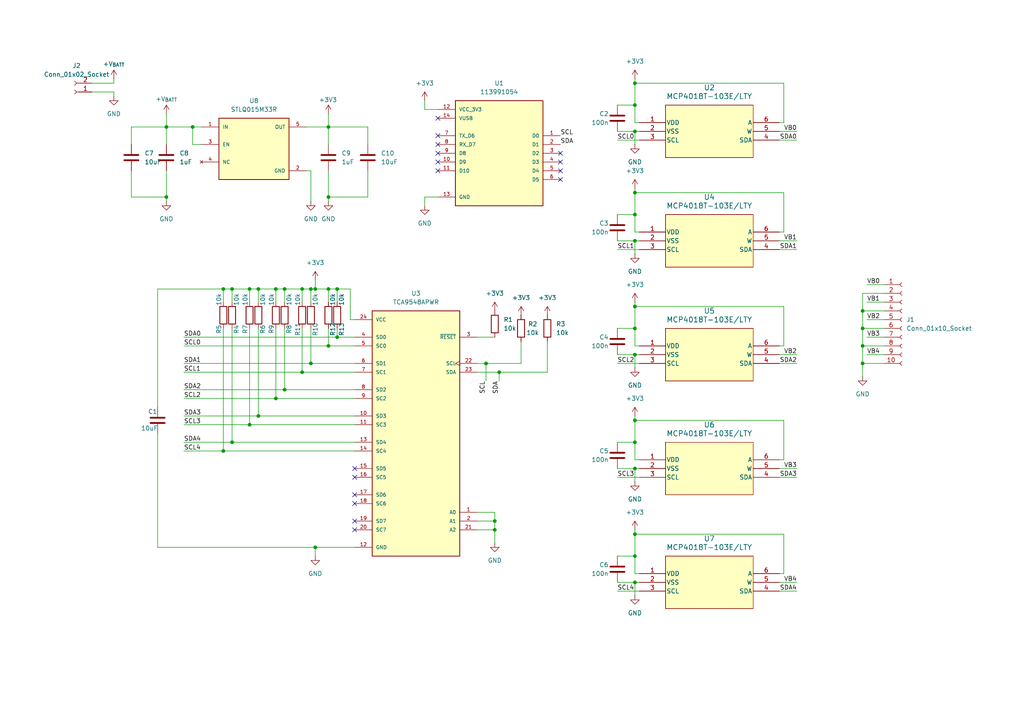
<source format=kicad_sch>
(kicad_sch (version 20250114) (generator "eeschema") (generator_version "9.0")
  (paper "A4")
  (lib_symbols
    (symbol "113991054:113991054" (pin_names (offset 1.016))
      (property "Reference" "U" (at -12.7 16.002 0))
      (property "Value" "113991054" (at -12.7 -17.78 0))
      (symbol "113991054_0_0"
        (rectangle (start -12.7 -15.24) (end 12.7 15.24) (stroke (width 0.254)) (fill (type background)))
        (pin bidirectional line (at -17.78 5.08 0) (length 5.08) (name "D0") (number "1"))
        (pin bidirectional line (at -17.78 2.54 0) (length 5.08) (name "D1") (number "2"))
        (pin bidirectional line (at -17.78 0 0) (length 5.08) (name "D2") (number "3"))
        (pin bidirectional line (at -17.78 -2.54 0) (length 5.08) (name "D3") (number "4"))
        (pin bidirectional line (at -17.78 -5.08 0) (length 5.08) (name "D4") (number "5"))
        (pin bidirectional line (at -17.78 -7.62 0) (length 5.08) (name "D5") (number "6"))
        (pin power_in line (at 17.78 12.7 180) (length 5.08) (name "VCC_3V3") (number "12"))
        (pin power_in line (at 17.78 10.16 180) (length 5.08) (name "VUSB") (number "14"))
        (pin bidirectional line (at 17.78 5.08 180) (length 5.08) (name "TX_D6") (number "7"))
        (pin bidirectional line (at 17.78 2.54 180) (length 5.08) (name "RX_D7") (number "8"))
        (pin bidirectional line (at 17.78 0 180) (length 5.08) (name "D8") (number "9"))
        (pin bidirectional line (at 17.78 -2.54 180) (length 5.08) (name "D9") (number "10"))
        (pin bidirectional line (at 17.78 -5.08 180) (length 5.08) (name "D10") (number "11"))
        (pin power_in line (at 17.78 -12.7 180) (length 5.08) (name "GND") (number "13"))
      )
    )
    (symbol "2025-10-21_01-01-03:MCP4018T-103E_LTY" (pin_names (offset 0.254))
      (property "Reference" "U" (at 20.32 10.16 0))
      (property "Value" "MCP4018T-103E/LTY" (at 20.32 7.62 0))
      (symbol "MCP4018T-103E_LTY_0_1"
        (polyline (pts (xy 7.62 5.08) (xy 7.62 -10.16)) (stroke (width 0.127)))
        (polyline (pts (xy 7.62 -10.16) (xy 33.02 -10.16)) (stroke (width 0.127)))
        (polyline (pts (xy 33.02 5.08) (xy 7.62 5.08)) (stroke (width 0.127)))
        (pin power_in line (at 0 0 0) (length 7.62) (name "VDD") (number "1"))
        (pin power_out line (at 0 -2.54 0) (length 7.62) (name "VSS") (number "2"))
        (pin input line (at 0 -5.08 0) (length 7.62) (name "SCL") (number "3"))
        (pin bidirectional line (at 40.64 0 180) (length 7.62) (name "A") (number "6"))
        (pin input line (at 40.64 -2.54 180) (length 7.62) (name "W") (number "5"))
        (pin bidirectional line (at 40.64 -5.08 180) (length 7.62) (name "SDA") (number "4"))
      )
      (symbol "MCP4018T-103E_LTY_1_1"
        (rectangle (start 7.62 5.08) (end 33.02 -10.16) (fill (type background)))
      )
    )
    (symbol "Connector:Conn_01x02_Socket" (pin_names (offset 1.016) (hide yes))
      (property "Reference" "J" (at 0 2.54 0))
      (property "Value" "Conn_01x02_Socket" (at 0 -5.08 0))
      (symbol "Conn_01x02_Socket_1_1"
        (polyline (pts (xy -1.27 0) (xy -0.508 0)) (stroke (width 0.1524)))
        (polyline (pts (xy -1.27 -2.54) (xy -0.508 -2.54)) (stroke (width 0.1524)))
        (arc (start 0 -0.508) (mid -0.5058 0) (end 0 0.508) (stroke (width 0.1524)))
        (arc (start 0 -3.048) (mid -0.5058 -2.54) (end 0 -2.032) (stroke (width 0.1524)))
        (pin passive line (at -5.08 0 0) (length 3.81) (name "Pin_1") (number "1"))
        (pin passive line (at -5.08 -2.54 0) (length 3.81) (name "Pin_2") (number "2"))
      )
    )
    (symbol "Connector:Conn_01x10_Socket" (pin_names (offset 1.016) (hide yes))
      (property "Reference" "J" (at 0 12.7 0))
      (property "Value" "Conn_01x10_Socket" (at 0 -15.24 0))
      (symbol "Conn_01x10_Socket_1_1"
        (polyline (pts (xy -1.27 10.16) (xy -0.508 10.16)) (stroke (width 0.1524)))
        (polyline (pts (xy -1.27 7.62) (xy -0.508 7.62)) (stroke (width 0.1524)))
        (polyline (pts (xy -1.27 5.08) (xy -0.508 5.08)) (stroke (width 0.1524)))
        (polyline (pts (xy -1.27 2.54) (xy -0.508 2.54)) (stroke (width 0.1524)))
        (polyline (pts (xy -1.27 0) (xy -0.508 0)) (stroke (width 0.1524)))
        (polyline (pts (xy -1.27 -2.54) (xy -0.508 -2.54)) (stroke (width 0.1524)))
        (polyline (pts (xy -1.27 -5.08) (xy -0.508 -5.08)) (stroke (width 0.1524)))
        (polyline (pts (xy -1.27 -7.62) (xy -0.508 -7.62)) (stroke (width 0.1524)))
        (polyline (pts (xy -1.27 -10.16) (xy -0.508 -10.16)) (stroke (width 0.1524)))
        (polyline (pts (xy -1.27 -12.7) (xy -0.508 -12.7)) (stroke (width 0.1524)))
        (arc (start 0 9.652) (mid -0.5058 10.16) (end 0 10.668) (stroke (width 0.1524)))
        (arc (start 0 7.112) (mid -0.5058 7.62) (end 0 8.128) (stroke (width 0.1524)))
        (arc (start 0 4.572) (mid -0.5058 5.08) (end 0 5.588) (stroke (width 0.1524)))
        (arc (start 0 2.032) (mid -0.5058 2.54) (end 0 3.048) (stroke (width 0.1524)))
        (arc (start 0 -0.508) (mid -0.5058 0) (end 0 0.508) (stroke (width 0.1524)))
        (arc (start 0 -3.048) (mid -0.5058 -2.54) (end 0 -2.032) (stroke (width 0.1524)))
        (arc (start 0 -5.588) (mid -0.5058 -5.08) (end 0 -4.572) (stroke (width 0.1524)))
        (arc (start 0 -8.128) (mid -0.5058 -7.62) (end 0 -7.112) (stroke (width 0.1524)))
        (arc (start 0 -10.668) (mid -0.5058 -10.16) (end 0 -9.652) (stroke (width 0.1524)))
        (arc (start 0 -13.208) (mid -0.5058 -12.7) (end 0 -12.192) (stroke (width 0.1524)))
        (pin passive line (at -5.08 10.16 0) (length 3.81) (name "Pin_1") (number "1"))
        (pin passive line (at -5.08 7.62 0) (length 3.81) (name "Pin_2") (number "2"))
        (pin passive line (at -5.08 5.08 0) (length 3.81) (name "Pin_3") (number "3"))
        (pin passive line (at -5.08 2.54 0) (length 3.81) (name "Pin_4") (number "4"))
        (pin passive line (at -5.08 0 0) (length 3.81) (name "Pin_5") (number "5"))
        (pin passive line (at -5.08 -2.54 0) (length 3.81) (name "Pin_6") (number "6"))
        (pin passive line (at -5.08 -5.08 0) (length 3.81) (name "Pin_7") (number "7"))
        (pin passive line (at -5.08 -7.62 0) (length 3.81) (name "Pin_8") (number "8"))
        (pin passive line (at -5.08 -10.16 0) (length 3.81) (name "Pin_9") (number "9"))
        (pin passive line (at -5.08 -12.7 0) (length 3.81) (name "Pin_10") (number "10"))
      )
    )
    (symbol "Device:C" (pin_numbers (hide yes)) (pin_names (offset 0.254))
      (property "Reference" "C" (at 0.635 2.54 0))
      (property "Value" "C" (at 0.635 -2.54 0))
      (symbol "C_0_1"
        (polyline (pts (xy -2.032 0.762) (xy 2.032 0.762)) (stroke (width 0.508)))
        (polyline (pts (xy -2.032 -0.762) (xy 2.032 -0.762)) (stroke (width 0.508)))
      )
      (symbol "C_1_1"
        (pin passive line (at 0 3.81 270) (length 2.794) (name "~") (number "1"))
        (pin passive line (at 0 -3.81 90) (length 2.794) (name "~") (number "2"))
      )
    )
    (symbol "Device:R" (pin_numbers (hide yes)) (pin_names (offset 0))
      (property "Reference" "R" (at 2.032 0 90))
      (property "Value" "R" (at 0 0 90))
      (symbol "R_0_1"
        (rectangle (start -1.016 -2.54) (end 1.016 2.54) (stroke (width 0.254)))
      )
      (symbol "R_1_1"
        (pin passive line (at 0 3.81 270) (length 1.27) (name "~") (number "1"))
        (pin passive line (at 0 -3.81 90) (length 1.27) (name "~") (number "2"))
      )
    )
    (symbol "STLQ015M33R:STLQ015M33R" (pin_names (offset 1.016))
      (property "Reference" "U" (at -10.16 8.89 0))
      (property "Value" "STLQ015M33R" (at -10.16 -11.43 0))
      (symbol "STLQ015M33R_0_0"
        (rectangle (start -10.16 -10.16) (end 10.16 7.62) (stroke (width 0.254)) (fill (type background)))
        (pin input line (at -15.24 5.08 0) (length 5.08) (name "IN") (number "1"))
        (pin input line (at -15.24 0 0) (length 5.08) (name "EN") (number "3"))
        (pin no_connect line (at -15.24 -5.08 0) (length 5.08) (name "NC") (number "4"))
        (pin output line (at 15.24 5.08 180) (length 5.08) (name "OUT") (number "5"))
        (pin power_in line (at 15.24 -7.62 180) (length 5.08) (name "GND") (number "2"))
      )
    )
    (symbol "TCA9548APWR:TCA9548APWR" (pin_names (offset 1.016))
      (property "Reference" "U" (at -12.7 36.56 0))
      (property "Value" "TCA9548APWR" (at -12.7 -38.29 0))
      (symbol "TCA9548APWR_0_0"
        (rectangle (start -12.7 -35.56) (end 12.7 35.56) (stroke (width 0.254)) (fill (type background)))
        (pin input line (at -17.78 27.94 0) (length 5.08) (name "~{RESET}") (number "3"))
        (pin input clock (at -17.78 20.32 0) (length 5.08) (name "SCL") (number "22"))
        (pin bidirectional line (at -17.78 17.78 0) (length 5.08) (name "SDA") (number "23"))
        (pin input line (at -17.78 -22.86 0) (length 5.08) (name "A0") (number "1"))
        (pin input line (at -17.78 -25.4 0) (length 5.08) (name "A1") (number "2"))
        (pin input line (at -17.78 -27.94 0) (length 5.08) (name "A2") (number "21"))
        (pin power_in line (at 17.78 33.02 180) (length 5.08) (name "VCC") (number "24"))
        (pin bidirectional line (at 17.78 27.94 180) (length 5.08) (name "SD0") (number "4"))
        (pin bidirectional line (at 17.78 25.4 180) (length 5.08) (name "SC0") (number "5"))
        (pin bidirectional line (at 17.78 20.32 180) (length 5.08) (name "SD1") (number "6"))
        (pin bidirectional line (at 17.78 17.78 180) (length 5.08) (name "SC1") (number "7"))
        (pin bidirectional line (at 17.78 12.7 180) (length 5.08) (name "SD2") (number "8"))
        (pin bidirectional line (at 17.78 10.16 180) (length 5.08) (name "SC2") (number "9"))
        (pin bidirectional line (at 17.78 5.08 180) (length 5.08) (name "SD3") (number "10"))
        (pin bidirectional line (at 17.78 2.54 180) (length 5.08) (name "SC3") (number "11"))
        (pin bidirectional line (at 17.78 -2.54 180) (length 5.08) (name "SD4") (number "13"))
        (pin bidirectional line (at 17.78 -5.08 180) (length 5.08) (name "SC4") (number "14"))
        (pin bidirectional line (at 17.78 -10.16 180) (length 5.08) (name "SD5") (number "15"))
        (pin bidirectional line (at 17.78 -12.7 180) (length 5.08) (name "SC5") (number "16"))
        (pin bidirectional line (at 17.78 -17.78 180) (length 5.08) (name "SD6") (number "17"))
        (pin bidirectional line (at 17.78 -20.32 180) (length 5.08) (name "SC6") (number "18"))
        (pin bidirectional line (at 17.78 -25.4 180) (length 5.08) (name "SD7") (number "19"))
        (pin bidirectional line (at 17.78 -27.94 180) (length 5.08) (name "SC7") (number "20"))
        (pin power_in line (at 17.78 -33.02 180) (length 5.08) (name "GND") (number "12"))
      )
    )
    (symbol "power:+3V0" (power) (pin_numbers (hide yes)) (pin_names (offset 0) (hide yes))
      (property "Value" "+3V0" (at 0 3.556 0))
      (symbol "+3V0_0_1"
        (polyline (pts (xy -0.762 1.27) (xy 0 2.54)))
        (polyline (pts (xy 0 2.54) (xy 0.762 1.27)))
        (polyline (pts (xy 0 0) (xy 0 2.54)))
      )
      (symbol "+3V0_1_1"
        (pin power_in line (at 0 0 90) (length 0) (name "~") (number "1"))
      )
    )
    (symbol "power:+3V3" (power) (pin_numbers (hide yes)) (pin_names (offset 0) (hide yes))
      (property "Value" "+3V3" (at 0 3.556 0))
      (symbol "+3V3_0_1"
        (polyline (pts (xy -0.762 1.27) (xy 0 2.54)))
        (polyline (pts (xy 0 2.54) (xy 0.762 1.27)))
        (polyline (pts (xy 0 0) (xy 0 2.54)))
      )
      (symbol "+3V3_1_1"
        (pin power_in line (at 0 0 90) (length 0) (name "~") (number "1"))
      )
    )
    (symbol "power:+BATT" (power) (pin_numbers (hide yes)) (pin_names (offset 0) (hide yes))
      (property "Value" "+BATT" (at 0 3.556 0))
      (symbol "+BATT_0_1"
        (polyline (pts (xy -0.762 1.27) (xy 0 2.54)))
        (polyline (pts (xy 0 2.54) (xy 0.762 1.27)))
        (polyline (pts (xy 0 0) (xy 0 2.54)))
      )
      (symbol "+BATT_1_1"
        (pin power_in line (at 0 0 90) (length 0) (name "~") (number "1"))
      )
    )
    (symbol "power:GND" (power) (pin_numbers (hide yes)) (pin_names (offset 0) (hide yes))
      (property "Value" "GND" (at 0 -3.81 0))
      (symbol "GND_0_1"
        (polyline (pts (xy 0 0) (xy 0 -1.27) (xy 1.27 -1.27) (xy 0 -2.54) (xy -1.27 -1.27) (xy 0 -1.27)))
      )
      (symbol "GND_1_1"
        (pin power_in line (at 0 0 270) (length 0) (name "~") (number "1"))
      )
    )
  )
  (junction (at 95.25 83.82))
  (junction (at 74.93 83.82))
  (junction (at 184.15 55.88))
  (junction (at 95.25 100.33))
  (junction (at 72.39 123.19))
  (junction (at 91.44 158.75))
  (junction (at 82.55 83.82))
  (junction (at 48.26 57.15))
  (junction (at 184.15 102.87))
  (junction (at 48.26 36.83))
  (junction (at 72.39 83.82))
  (junction (at 90.17 105.41))
  (junction (at 184.15 88.9))
  (junction (at 143.51 151.13))
  (junction (at 144.78 107.95))
  (junction (at 64.77 83.82))
  (junction (at 184.15 38.1))
  (junction (at 80.01 83.82))
  (junction (at 184.15 62.23))
  (junction (at 184.15 154.94))
  (junction (at 184.15 135.89))
  (junction (at 67.31 128.27))
  (junction (at 87.63 83.82))
  (junction (at 90.17 83.82))
  (junction (at 82.55 113.03))
  (junction (at 184.15 128.27))
  (junction (at 250.19 90.17))
  (junction (at 184.15 30.48))
  (junction (at 143.51 153.67))
  (junction (at 184.15 168.91))
  (junction (at 67.31 83.82))
  (junction (at 184.15 95.25))
  (junction (at 250.19 105.41))
  (junction (at 97.79 97.79))
  (junction (at 97.79 83.82))
  (junction (at 140.97 105.41))
  (junction (at 55.88 36.83))
  (junction (at 95.25 57.15))
  (junction (at 184.15 69.85))
  (junction (at 91.44 83.82))
  (junction (at 250.19 95.25))
  (junction (at 95.25 36.83))
  (junction (at 184.15 161.29))
  (junction (at 64.77 130.81))
  (junction (at 250.19 100.33))
  (junction (at 87.63 107.95))
  (junction (at 74.93 120.65))
  (junction (at 80.01 115.57))
  (junction (at 184.15 121.92))
  (junction (at 184.15 24.13))
  (no_connect (at 127 34.29))
  (no_connect (at 102.87 135.89))
  (no_connect (at 127 49.53))
  (no_connect (at 102.87 153.67))
  (no_connect (at 162.56 46.99))
  (no_connect (at 102.87 146.05))
  (no_connect (at 102.87 138.43))
  (no_connect (at 127 46.99))
  (no_connect (at 102.87 151.13))
  (no_connect (at 127 39.37))
  (no_connect (at 127 41.91))
  (no_connect (at 162.56 44.45))
  (no_connect (at 102.87 143.51))
  (no_connect (at 162.56 49.53))
  (no_connect (at 162.56 52.07))
  (no_connect (at 127 44.45))
  (wire (pts (xy 184.15 95.25) (xy 184.15 88.9)))
  (wire (pts (xy 179.07 95.25) (xy 184.15 95.25)))
  (wire (pts (xy 74.93 83.82) (xy 74.93 87.63)))
  (wire (pts (xy 33.02 26.67) (xy 33.02 27.94)))
  (wire (pts (xy 123.19 29.21) (xy 123.19 31.75)))
  (wire (pts (xy 227.33 121.92) (xy 227.33 133.35)))
  (wire (pts (xy 185.42 69.85) (xy 184.15 69.85)))
  (wire (pts (xy 184.15 121.92) (xy 227.33 121.92)))
  (wire (pts (xy 143.51 153.67) (xy 143.51 157.48)))
  (wire (pts (xy 53.34 107.95) (xy 87.63 107.95)))
  (wire (pts (xy 231.14 138.43) (xy 226.06 138.43)))
  (wire (pts (xy 95.25 83.82) (xy 95.25 87.63)))
  (wire (pts (xy 138.43 148.59) (xy 143.51 148.59)))
  (wire (pts (xy 250.19 90.17) (xy 256.54 90.17)))
  (wire (pts (xy 72.39 83.82) (xy 72.39 87.63)))
  (wire (pts (xy 227.33 166.37) (xy 226.06 166.37)))
  (wire (pts (xy 95.25 36.83) (xy 88.9 36.83)))
  (wire (pts (xy 179.07 171.45) (xy 185.42 171.45)))
  (wire (pts (xy 87.63 83.82) (xy 87.63 87.63)))
  (wire (pts (xy 138.43 151.13) (xy 143.51 151.13)))
  (wire (pts (xy 227.33 133.35) (xy 226.06 133.35)))
  (wire (pts (xy 72.39 123.19) (xy 102.87 123.19)))
  (wire (pts (xy 45.72 125.73) (xy 45.72 158.75)))
  (wire (pts (xy 184.15 133.35) (xy 184.15 128.27)))
  (wire (pts (xy 250.19 105.41) (xy 250.19 109.22)))
  (wire (pts (xy 38.1 36.83) (xy 48.26 36.83)))
  (wire (pts (xy 97.79 97.79) (xy 102.87 97.79)))
  (wire (pts (xy 179.07 38.1) (xy 184.15 38.1)))
  (wire (pts (xy 53.34 130.81) (xy 64.77 130.81)))
  (wire (pts (xy 158.75 99.06) (xy 158.75 107.95)))
  (wire (pts (xy 227.33 88.9) (xy 227.33 100.33)))
  (wire (pts (xy 184.15 24.13) (xy 184.15 22.86)))
  (wire (pts (xy 48.26 36.83) (xy 48.26 41.91)))
  (wire (pts (xy 67.31 128.27) (xy 102.87 128.27)))
  (wire (pts (xy 67.31 83.82) (xy 72.39 83.82)))
  (wire (pts (xy 72.39 95.25) (xy 72.39 123.19)))
  (wire (pts (xy 95.25 57.15) (xy 95.25 58.42)))
  (wire (pts (xy 151.13 99.06) (xy 151.13 105.41)))
  (wire (pts (xy 97.79 83.82) (xy 97.79 87.63)))
  (wire (pts (xy 179.07 161.29) (xy 184.15 161.29)))
  (wire (pts (xy 64.77 130.81) (xy 102.87 130.81)))
  (wire (pts (xy 184.15 88.9) (xy 227.33 88.9)))
  (wire (pts (xy 184.15 88.9) (xy 184.15 87.63)))
  (wire (pts (xy 143.51 148.59) (xy 143.51 151.13)))
  (wire (pts (xy 91.44 158.75) (xy 91.44 161.29)))
  (wire (pts (xy 251.46 97.79) (xy 256.54 97.79)))
  (wire (pts (xy 250.19 95.25) (xy 250.19 100.33)))
  (wire (pts (xy 64.77 95.25) (xy 64.77 130.81)))
  (wire (pts (xy 48.26 57.15) (xy 48.26 58.42)))
  (wire (pts (xy 45.72 158.75) (xy 91.44 158.75)))
  (wire (pts (xy 74.93 83.82) (xy 80.01 83.82)))
  (wire (pts (xy 179.07 168.91) (xy 184.15 168.91)))
  (wire (pts (xy 184.15 55.88) (xy 184.15 54.61)))
  (wire (pts (xy 91.44 158.75) (xy 102.87 158.75)))
  (wire (pts (xy 138.43 107.95) (xy 144.78 107.95)))
  (wire (pts (xy 184.15 154.94) (xy 227.33 154.94)))
  (wire (pts (xy 256.54 85.09) (xy 250.19 85.09)))
  (wire (pts (xy 184.15 69.85) (xy 184.15 73.66)))
  (wire (pts (xy 53.34 120.65) (xy 74.93 120.65)))
  (wire (pts (xy 140.97 105.41) (xy 140.97 110.49)))
  (wire (pts (xy 55.88 36.83) (xy 48.26 36.83)))
  (wire (pts (xy 138.43 97.79) (xy 143.51 97.79)))
  (wire (pts (xy 26.67 24.13) (xy 33.02 24.13)))
  (wire (pts (xy 106.68 36.83) (xy 95.25 36.83)))
  (wire (pts (xy 227.33 67.31) (xy 226.06 67.31)))
  (wire (pts (xy 138.43 105.41) (xy 140.97 105.41)))
  (wire (pts (xy 184.15 168.91) (xy 184.15 172.72)))
  (wire (pts (xy 184.15 102.87) (xy 184.15 106.68)))
  (wire (pts (xy 144.78 107.95) (xy 144.78 110.49)))
  (wire (pts (xy 231.14 72.39) (xy 226.06 72.39)))
  (wire (pts (xy 227.33 100.33) (xy 226.06 100.33)))
  (wire (pts (xy 138.43 153.67) (xy 143.51 153.67)))
  (wire (pts (xy 45.72 83.82) (xy 64.77 83.82)))
  (wire (pts (xy 95.25 49.53) (xy 95.25 57.15)))
  (wire (pts (xy 45.72 83.82) (xy 45.72 118.11)))
  (wire (pts (xy 184.15 62.23) (xy 184.15 55.88)))
  (wire (pts (xy 184.15 24.13) (xy 227.33 24.13)))
  (wire (pts (xy 185.42 38.1) (xy 184.15 38.1)))
  (wire (pts (xy 53.34 113.03) (xy 82.55 113.03)))
  (wire (pts (xy 179.07 72.39) (xy 185.42 72.39)))
  (wire (pts (xy 64.77 83.82) (xy 67.31 83.82)))
  (wire (pts (xy 95.25 100.33) (xy 102.87 100.33)))
  (wire (pts (xy 250.19 105.41) (xy 256.54 105.41)))
  (wire (pts (xy 87.63 107.95) (xy 102.87 107.95)))
  (wire (pts (xy 67.31 83.82) (xy 67.31 87.63)))
  (wire (pts (xy 184.15 154.94) (xy 184.15 153.67)))
  (wire (pts (xy 184.15 100.33) (xy 184.15 95.25)))
  (wire (pts (xy 231.14 171.45) (xy 226.06 171.45)))
  (wire (pts (xy 226.06 168.91) (xy 231.14 168.91)))
  (wire (pts (xy 185.42 35.56) (xy 184.15 35.56)))
  (wire (pts (xy 82.55 83.82) (xy 82.55 87.63)))
  (wire (pts (xy 179.07 102.87) (xy 184.15 102.87)))
  (wire (pts (xy 90.17 83.82) (xy 90.17 87.63)))
  (wire (pts (xy 179.07 30.48) (xy 184.15 30.48)))
  (wire (pts (xy 184.15 135.89) (xy 184.15 139.7)))
  (wire (pts (xy 184.15 128.27) (xy 184.15 121.92)))
  (wire (pts (xy 179.07 135.89) (xy 184.15 135.89)))
  (wire (pts (xy 95.25 33.02) (xy 95.25 36.83)))
  (wire (pts (xy 179.07 69.85) (xy 184.15 69.85)))
  (wire (pts (xy 95.25 95.25) (xy 95.25 100.33)))
  (wire (pts (xy 250.19 100.33) (xy 256.54 100.33)))
  (wire (pts (xy 144.78 107.95) (xy 158.75 107.95)))
  (wire (pts (xy 106.68 49.53) (xy 106.68 57.15)))
  (wire (pts (xy 226.06 135.89) (xy 231.14 135.89)))
  (wire (pts (xy 88.9 49.53) (xy 90.17 49.53)))
  (wire (pts (xy 53.34 123.19) (xy 72.39 123.19)))
  (wire (pts (xy 90.17 49.53) (xy 90.17 58.42)))
  (wire (pts (xy 184.15 30.48) (xy 184.15 24.13)))
  (wire (pts (xy 185.42 102.87) (xy 184.15 102.87)))
  (wire (pts (xy 101.6 83.82) (xy 101.6 92.71)))
  (wire (pts (xy 58.42 41.91) (xy 55.88 41.91)))
  (wire (pts (xy 53.34 128.27) (xy 67.31 128.27)))
  (wire (pts (xy 48.26 49.53) (xy 48.26 57.15)))
  (wire (pts (xy 53.34 105.41) (xy 90.17 105.41)))
  (wire (pts (xy 106.68 57.15) (xy 95.25 57.15)))
  (wire (pts (xy 38.1 49.53) (xy 38.1 57.15)))
  (wire (pts (xy 48.26 33.02) (xy 48.26 36.83)))
  (wire (pts (xy 74.93 120.65) (xy 102.87 120.65)))
  (wire (pts (xy 250.19 95.25) (xy 256.54 95.25)))
  (wire (pts (xy 231.14 105.41) (xy 226.06 105.41)))
  (wire (pts (xy 251.46 82.55) (xy 256.54 82.55)))
  (wire (pts (xy 184.15 161.29) (xy 184.15 154.94)))
  (wire (pts (xy 74.93 95.25) (xy 74.93 120.65)))
  (wire (pts (xy 184.15 166.37) (xy 184.15 161.29)))
  (wire (pts (xy 185.42 67.31) (xy 184.15 67.31)))
  (wire (pts (xy 226.06 38.1) (xy 231.14 38.1)))
  (wire (pts (xy 127 57.15) (xy 123.19 57.15)))
  (wire (pts (xy 91.44 83.82) (xy 95.25 83.82)))
  (wire (pts (xy 185.42 135.89) (xy 184.15 135.89)))
  (wire (pts (xy 250.19 85.09) (xy 250.19 90.17)))
  (wire (pts (xy 226.06 69.85) (xy 231.14 69.85)))
  (wire (pts (xy 226.06 102.87) (xy 231.14 102.87)))
  (wire (pts (xy 185.42 166.37) (xy 184.15 166.37)))
  (wire (pts (xy 184.15 55.88) (xy 227.33 55.88)))
  (wire (pts (xy 97.79 95.25) (xy 97.79 97.79)))
  (wire (pts (xy 80.01 83.82) (xy 82.55 83.82)))
  (wire (pts (xy 90.17 95.25) (xy 90.17 105.41)))
  (wire (pts (xy 251.46 92.71) (xy 256.54 92.71)))
  (wire (pts (xy 250.19 90.17) (xy 250.19 95.25)))
  (wire (pts (xy 227.33 55.88) (xy 227.33 67.31)))
  (wire (pts (xy 184.15 35.56) (xy 184.15 30.48)))
  (wire (pts (xy 90.17 83.82) (xy 91.44 83.82)))
  (wire (pts (xy 123.19 57.15) (xy 123.19 59.69)))
  (wire (pts (xy 95.25 41.91) (xy 95.25 36.83)))
  (wire (pts (xy 91.44 81.28) (xy 91.44 83.82)))
  (wire (pts (xy 53.34 97.79) (xy 97.79 97.79)))
  (wire (pts (xy 179.07 128.27) (xy 184.15 128.27)))
  (wire (pts (xy 26.67 26.67) (xy 33.02 26.67)))
  (wire (pts (xy 72.39 83.82) (xy 74.93 83.82)))
  (wire (pts (xy 231.14 40.64) (xy 226.06 40.64)))
  (wire (pts (xy 184.15 38.1) (xy 184.15 41.91)))
  (wire (pts (xy 80.01 95.25) (xy 80.01 115.57)))
  (wire (pts (xy 184.15 67.31) (xy 184.15 62.23)))
  (wire (pts (xy 251.46 87.63) (xy 256.54 87.63)))
  (wire (pts (xy 82.55 113.03) (xy 102.87 113.03)))
  (wire (pts (xy 38.1 41.91) (xy 38.1 36.83)))
  (wire (pts (xy 33.02 22.86) (xy 33.02 24.13)))
  (wire (pts (xy 179.07 105.41) (xy 185.42 105.41)))
  (wire (pts (xy 185.42 168.91) (xy 184.15 168.91)))
  (wire (pts (xy 143.51 151.13) (xy 143.51 153.67)))
  (wire (pts (xy 64.77 83.82) (xy 64.77 87.63)))
  (wire (pts (xy 90.17 83.82) (xy 87.63 83.82)))
  (wire (pts (xy 80.01 83.82) (xy 80.01 87.63)))
  (wire (pts (xy 179.07 138.43) (xy 185.42 138.43)))
  (wire (pts (xy 184.15 121.92) (xy 184.15 120.65)))
  (wire (pts (xy 53.34 115.57) (xy 80.01 115.57)))
  (wire (pts (xy 87.63 95.25) (xy 87.63 107.95)))
  (wire (pts (xy 90.17 105.41) (xy 102.87 105.41)))
  (wire (pts (xy 251.46 102.87) (xy 256.54 102.87)))
  (wire (pts (xy 185.42 133.35) (xy 184.15 133.35)))
  (wire (pts (xy 53.34 100.33) (xy 95.25 100.33)))
  (wire (pts (xy 106.68 41.91) (xy 106.68 36.83)))
  (wire (pts (xy 227.33 154.94) (xy 227.33 166.37)))
  (wire (pts (xy 250.19 100.33) (xy 250.19 105.41)))
  (wire (pts (xy 227.33 24.13) (xy 227.33 35.56)))
  (wire (pts (xy 140.97 105.41) (xy 151.13 105.41)))
  (wire (pts (xy 38.1 57.15) (xy 48.26 57.15)))
  (wire (pts (xy 67.31 95.25) (xy 67.31 128.27)))
  (wire (pts (xy 82.55 95.25) (xy 82.55 113.03)))
  (wire (pts (xy 55.88 41.91) (xy 55.88 36.83)))
  (wire (pts (xy 185.42 100.33) (xy 184.15 100.33)))
  (wire (pts (xy 58.42 36.83) (xy 55.88 36.83)))
  (wire (pts (xy 97.79 83.82) (xy 101.6 83.82)))
  (wire (pts (xy 101.6 92.71) (xy 102.87 92.71)))
  (wire (pts (xy 127 31.75) (xy 123.19 31.75)))
  (wire (pts (xy 80.01 115.57) (xy 102.87 115.57)))
  (wire (pts (xy 95.25 83.82) (xy 97.79 83.82)))
  (wire (pts (xy 227.33 35.56) (xy 226.06 35.56)))
  (wire (pts (xy 82.55 83.82) (xy 87.63 83.82)))
  (wire (pts (xy 179.07 62.23) (xy 184.15 62.23)))
  (wire (pts (xy 179.07 40.64) (xy 185.42 40.64)))
  (label "SCL0" (at 179.07 40.64 0))
  (label "SDA0" (at 53.34 97.79 0))
  (label "SCL1" (at 53.34 107.95 0))
  (label "SDA3" (at 53.34 120.65 0))
  (label "SCL4" (at 53.34 130.81 0))
  (label "SDA3" (at 231.14 138.43 180))
  (label "SCL" (at 162.56 39.37 0))
  (label "VB1" (at 231.14 69.85 180))
  (label "VB2" (at 231.14 102.87 180))
  (label "SDA4" (at 53.34 128.27 0))
  (label "VB4" (at 231.14 168.91 180))
  (label "SDA" (at 162.56 41.91 0))
  (label "SDA2" (at 53.34 113.03 0))
  (label "SDA2" (at 231.14 105.41 180))
  (label "VB3" (at 251.46 97.79 0))
  (label "SCL3" (at 179.07 138.43 0))
  (label "SCL" (at 140.97 110.49 270))
  (label "SDA1" (at 53.34 105.41 0))
  (label "SCL4" (at 179.07 171.45 0))
  (label "SCL1" (at 179.07 72.39 0))
  (label "SCL0" (at 53.34 100.33 0))
  (label "SDA0" (at 231.14 40.64 180))
  (label "SDA4" (at 231.14 171.45 180))
  (label "SCL3" (at 53.34 123.19 0))
  (label "SCL2" (at 179.07 105.41 0))
  (label "SCL2" (at 53.34 115.57 0))
  (label "VB4" (at 251.46 102.87 0))
  (label "VB1" (at 251.46 87.63 0))
  (label "VB0" (at 231.14 38.1 180))
  (label "VB0" (at 251.46 82.55 0))
  (label "SDA1" (at 231.14 72.39 180))
  (label "VB3" (at 231.14 135.89 180))
  (label "VB2" (at 251.46 92.71 0))
  (label "SDA" (at 144.78 110.49 270))
  (symbol (lib_id "Device:R") (at 90.17 91.44 0) (mirror x) (unit 1)
    (property "Reference" "R10" (at 91.44 95.504 90))
    (property "Value" "10k" (at 91.44 86.868 90))
    (property "Footprint" "Resistor_SMD:R_0805_2012Metric" (effects (hide yes)))
    (property "Description" "Resistor" (effects (hide yes)))
  )
  (symbol (lib_id "Device:R") (at 64.77 91.44 180) (unit 1)
    (property "Reference" "R5" (at 63.5 95.504 90))
    (property "Value" "10k" (at 63.5 86.868 90))
    (property "Footprint" "Resistor_SMD:R_0805_2012Metric" (effects (hide yes)))
    (property "Description" "Resistor" (effects (hide yes)))
  )
  (symbol (lib_id "power:GND") (at 90.17 58.42 0) (unit 1)
    (property "Reference" "#PWR012" (effects (hide yes)))
    (property "Value" "GND" (at 90.17 63.5 0))
    (property "Description" "Power symbol creates a global label with name \"GND\" , ground" (effects (hide yes)))
  )
  (symbol (lib_id "power:GND") (at 184.15 106.68 0) (unit 1)
    (property "Reference" "#PWR026" (effects (hide yes)))
    (property "Value" "GND" (at 184.15 111.76 0))
    (property "Description" "Power symbol creates a global label with name \"GND\" , ground" (effects (hide yes)))
  )
  (symbol (lib_id "power:+3V3") (at 151.13 91.44 0) (unit 1)
    (property "Reference" "#PWR015" (effects (hide yes)))
    (property "Value" "+3V3" (at 151.13 86.36 0))
    (property "Description" "Power symbol creates a global label with name \"+3V3\"" (effects (hide yes)))
  )
  (symbol (lib_id "TCA9548APWR:TCA9548APWR") (at 120.65 125.73 0) (mirror y) (unit 1)
    (property "Reference" "U3" (at 120.65 85.09 0))
    (property "Value" "TCA9548APWR" (at 120.65 87.63 0))
    (property "Footprint" "TCA9548APWR:SOP65P640X120-24N" (effects (hide yes)))
    (property "PARTREV" "G" (effects (hide yes)))
    (property "STANDARD" "IPC-7351B" (effects (hide yes)))
    (property "MAXIMUM_PACKAGE_HEIGHT" "1.2 mm" (effects (hide yes)))
    (property "MANUFACTURER" "Texas Instruments" (effects (hide yes)))
  )
  (symbol (lib_id "Device:C") (at 95.25 45.72 0) (unit 1)
    (property "Reference" "C9" (at 99.06 44.4499 0) (effects (justify left)))
    (property "Value" "1uF" (at 99.06 46.9899 0) (effects (justify left)))
    (property "Footprint" "Capacitor_SMD:C_0805_2012Metric" (effects (hide yes)))
    (property "Description" "Unpolarized capacitor" (effects (hide yes)))
  )
  (symbol (lib_id "Device:R") (at 80.01 91.44 180) (unit 1)
    (property "Reference" "R9" (at 78.74 95.504 90))
    (property "Value" "10k" (at 78.74 86.868 90))
    (property "Footprint" "Resistor_SMD:R_0805_2012Metric" (effects (hide yes)))
    (property "Description" "Resistor" (effects (hide yes)))
  )
  (symbol (lib_id "power:GND") (at 91.44 161.29 0) (unit 1)
    (property "Reference" "#PWR04" (effects (hide yes)))
    (property "Value" "GND" (at 91.44 166.37 0))
    (property "Description" "Power symbol creates a global label with name \"GND\" , ground" (effects (hide yes)))
  )
  (symbol (lib_id "Connector:Conn_01x02_Socket") (at 21.59 26.67 180) (unit 1)
    (property "Reference" "J2" (at 22.225 19.05 0))
    (property "Value" "Conn_01x02_Socket" (at 22.225 21.59 0))
    (property "Footprint" "Connector_JST:JST_PH_B2B-PH-K_1x02_P2.00mm_Vertical" (effects (hide yes)))
    (property "Description" "Generic connector, single row, 01x02, script generated" (effects (hide yes)))
  )
  (symbol (lib_id "power:+3V3") (at 184.15 153.67 0) (unit 1)
    (property "Reference" "#PWR010" (effects (hide yes)))
    (property "Value" "+3V3" (at 184.15 148.59 0))
    (property "Description" "Power symbol creates a global label with name \"+3V3\"" (effects (hide yes)))
  )
  (symbol (lib_id "power:+3V3") (at 184.15 87.63 0) (unit 1)
    (property "Reference" "#PWR08" (effects (hide yes)))
    (property "Value" "+3V3" (at 184.15 82.55 0))
    (property "Description" "Power symbol creates a global label with name \"+3V3\"" (effects (hide yes)))
  )
  (symbol (lib_id "Device:R") (at 158.75 95.25 0) (unit 1)
    (property "Reference" "R3" (at 161.29 93.9799 0) (effects (justify left)))
    (property "Value" "10k" (at 161.29 96.5199 0) (effects (justify left)))
    (property "Footprint" "Resistor_SMD:R_0805_2012Metric" (effects (hide yes)))
    (property "Description" "Resistor" (effects (hide yes)))
  )
  (symbol (lib_id "STLQ015M33R:STLQ015M33R") (at 73.66 41.91 0) (unit 1)
    (property "Reference" "U8" (at 73.66 29.21 0))
    (property "Value" "STLQ015M33R" (at 73.66 31.75 0))
    (property "Footprint" "STLQ015M33R:SOT95P280X145-5N" (effects (hide yes)))
    (property "PARTREV" "7" (effects (hide yes)))
    (property "STANDARD" "IPC 7351B" (effects (hide yes)))
    (property "SNAPEDA_PACKAGE_ID" "42899" (effects (hide yes)))
    (property "MAXIMUM_PACKAGE_HEIGHT" "1.45 mm" (effects (hide yes)))
    (property "MANUFACTURER" "STMicroelectronics" (effects (hide yes)))
  )
  (symbol (lib_id "power:GND") (at 143.51 157.48 0) (unit 1)
    (property "Reference" "#PWR017" (effects (hide yes)))
    (property "Value" "GND" (at 143.51 162.56 0))
    (property "Description" "Power symbol creates a global label with name \"GND\" , ground" (effects (hide yes)))
  )
  (symbol (lib_id "Device:C") (at 38.1 45.72 0) (unit 1)
    (property "Reference" "C7" (at 41.91 44.4499 0) (effects (justify left)))
    (property "Value" "10uF" (at 41.91 46.9899 0) (effects (justify left)))
    (property "Footprint" "Capacitor_SMD:C_0805_2012Metric" (effects (hide yes)))
    (property "Description" "Unpolarized capacitor" (effects (hide yes)))
  )
  (symbol (lib_id "Device:C") (at 106.68 45.72 0) (unit 1)
    (property "Reference" "C10" (at 110.49 44.4499 0) (effects (justify left)))
    (property "Value" "10uF" (at 110.49 46.9899 0) (effects (justify left)))
    (property "Footprint" "Capacitor_SMD:C_0805_2012Metric" (effects (hide yes)))
    (property "Description" "Unpolarized capacitor" (effects (hide yes)))
  )
  (symbol (lib_id "Device:C") (at 179.07 99.06 0) (mirror x) (unit 1)
    (property "Reference" "C4" (at 176.53 97.79 0) (effects (justify right)))
    (property "Value" "100n" (at 176.53 100.33 0) (effects (justify right)))
    (property "Footprint" "Capacitor_SMD:C_0805_2012Metric" (effects (hide yes)))
    (property "Description" "Unpolarized capacitor" (effects (hide yes)))
  )
  (symbol (lib_id "power:GND") (at 33.02 27.94 0) (unit 1)
    (property "Reference" "#PWR021" (effects (hide yes)))
    (property "Value" "GND" (at 33.02 33.02 0))
    (property "Description" "Power symbol creates a global label with name \"GND\" , ground" (effects (hide yes)))
  )
  (symbol (lib_id "2025-10-21_01-01-03:MCP4018T-103E_LTY") (at 185.42 67.31 0) (unit 1)
    (property "Reference" "U4" (at 205.74 57.15 0) (effects (font (size 1.524 1.524))))
    (property "Value" "MCP4018T-103E/LTY" (at 205.74 59.69 0) (effects (font (size 1.524 1.524))))
    (property "Footprint" "mcp4018:SC70-6_LT_MCH" (effects (hide yes)))
    (property "Datasheet" "MCP4018T-103E/LTY" (effects (hide yes)))
  )
  (symbol (lib_id "Device:C") (at 45.72 121.92 0) (unit 1)
    (property "Reference" "C1" (at 42.926 119.38 0) (effects (justify left)))
    (property "Value" "10uF" (at 40.894 124.206 0) (effects (justify left)))
    (property "Footprint" "Capacitor_SMD:C_0805_2012Metric" (effects (hide yes)))
    (property "Description" "Unpolarized capacitor" (effects (hide yes)))
  )
  (symbol (lib_id "power:+3V0") (at 95.25 33.02 0) (unit 1)
    (property "Reference" "#PWR013" (effects (hide yes)))
    (property "Value" "+3V3" (at 92.456 28.956 0) (effects (justify left)))
    (property "Description" "Power symbol creates a global label with name \"+3V0\"" (effects (hide yes)))
  )
  (symbol (lib_id "power:GND") (at 95.25 58.42 0) (unit 1)
    (property "Reference" "#PWR014" (effects (hide yes)))
    (property "Value" "GND" (at 95.25 63.5 0))
    (property "Description" "Power symbol creates a global label with name \"GND\" , ground" (effects (hide yes)))
  )
  (symbol (lib_id "2025-10-21_01-01-03:MCP4018T-103E_LTY") (at 185.42 133.35 0) (unit 1)
    (property "Reference" "U6" (at 205.74 123.19 0) (effects (font (size 1.524 1.524))))
    (property "Value" "MCP4018T-103E/LTY" (at 205.74 125.73 0) (effects (font (size 1.524 1.524))))
    (property "Footprint" "mcp4018:SC70-6_LT_MCH" (effects (hide yes)))
    (property "Datasheet" "MCP4018T-103E/LTY" (effects (hide yes)))
  )
  (symbol (lib_id "Device:R") (at 72.39 91.44 180) (unit 1)
    (property "Reference" "R7" (at 71.12 95.504 90))
    (property "Value" "10k" (at 71.12 86.868 90))
    (property "Footprint" "Resistor_SMD:R_0805_2012Metric" (effects (hide yes)))
    (property "Description" "Resistor" (effects (hide yes)))
  )
  (symbol (lib_id "power:+BATT") (at 33.02 22.86 0) (unit 1)
    (property "Reference" "#PWR018" (effects (hide yes)))
    (property "Value" "+V_{BATT}" (at 33.02 18.542 0))
    (property "Description" "Power symbol creates a global label with name \"+BATT\"" (effects (hide yes)))
  )
  (symbol (lib_id "Device:C") (at 179.07 66.04 0) (mirror x) (unit 1)
    (property "Reference" "C3" (at 176.53 64.77 0) (effects (justify right)))
    (property "Value" "100n" (at 176.53 67.31 0) (effects (justify right)))
    (property "Footprint" "Capacitor_SMD:C_0805_2012Metric" (effects (hide yes)))
    (property "Description" "Unpolarized capacitor" (effects (hide yes)))
  )
  (symbol (lib_id "power:+3V3") (at 143.51 90.17 0) (unit 1)
    (property "Reference" "#PWR01" (effects (hide yes)))
    (property "Value" "+3V3" (at 143.51 85.09 0))
    (property "Description" "Power symbol creates a global label with name \"+3V3\"" (effects (hide yes)))
  )
  (symbol (lib_id "113991054:113991054") (at 144.78 44.45 0) (mirror y) (unit 1)
    (property "Reference" "U1" (at 144.78 24.13 0))
    (property "Value" "113991054" (at 144.78 26.67 0))
    (property "Footprint" "113991054:MODULE_113991054" (effects (hide yes)))
    (property "PARTREV" "23/05/2022" (effects (hide yes)))
    (property "MANUFACTURER" "Seeed Technology" (effects (hide yes)))
    (property "SNAPEDA_PN" "113991054" (effects (hide yes)))
    (property "MAXIMUM_PACKAGE_HEIGHT" "N/A" (effects (hide yes)))
    (property "STANDARD" "Manufacturer Recommendations" (effects (hide yes)))
  )
  (symbol (lib_id "power:GND") (at 184.15 73.66 0) (unit 1)
    (property "Reference" "#PWR025" (effects (hide yes)))
    (property "Value" "GND" (at 184.15 78.74 0))
    (property "Description" "Power symbol creates a global label with name \"GND\" , ground" (effects (hide yes)))
  )
  (symbol (lib_id "Device:R") (at 97.79 91.44 0) (mirror x) (unit 1)
    (property "Reference" "R13" (at 99.06 95.504 90))
    (property "Value" "10k" (at 99.06 86.868 90))
    (property "Footprint" "Resistor_SMD:R_0805_2012Metric" (effects (hide yes)))
    (property "Description" "Resistor" (effects (hide yes)))
  )
  (symbol (lib_id "power:GND") (at 184.15 172.72 0) (unit 1)
    (property "Reference" "#PWR028" (effects (hide yes)))
    (property "Value" "GND" (at 184.15 177.8 0))
    (property "Description" "Power symbol creates a global label with name \"GND\" , ground" (effects (hide yes)))
  )
  (symbol (lib_id "Device:R") (at 87.63 91.44 180) (unit 1)
    (property "Reference" "R11" (at 86.36 95.504 90))
    (property "Value" "10k" (at 86.36 86.868 90))
    (property "Footprint" "Resistor_SMD:R_0805_2012Metric" (effects (hide yes)))
    (property "Description" "Resistor" (effects (hide yes)))
  )
  (symbol (lib_id "power:+3V3") (at 123.19 29.21 0) (unit 1)
    (property "Reference" "#PWR019" (effects (hide yes)))
    (property "Value" "+3V3" (at 123.19 24.13 0))
    (property "Description" "Power symbol creates a global label with name \"+3V3\"" (effects (hide yes)))
  )
  (symbol (lib_id "power:+3V3") (at 184.15 54.61 0) (unit 1)
    (property "Reference" "#PWR07" (effects (hide yes)))
    (property "Value" "+3V3" (at 184.15 49.53 0))
    (property "Description" "Power symbol creates a global label with name \"+3V3\"" (effects (hide yes)))
  )
  (symbol (lib_id "2025-10-21_01-01-03:MCP4018T-103E_LTY") (at 185.42 166.37 0) (unit 1)
    (property "Reference" "U7" (at 205.74 156.21 0) (effects (font (size 1.524 1.524))))
    (property "Value" "MCP4018T-103E/LTY" (at 205.74 158.75 0) (effects (font (size 1.524 1.524))))
    (property "Footprint" "mcp4018:SC70-6_LT_MCH" (effects (hide yes)))
    (property "Datasheet" "MCP4018T-103E/LTY" (effects (hide yes)))
  )
  (symbol (lib_id "Device:R") (at 74.93 91.44 0) (mirror x) (unit 1)
    (property "Reference" "R6" (at 76.2 95.504 90))
    (property "Value" "10k" (at 76.2 86.868 90))
    (property "Footprint" "Resistor_SMD:R_0805_2012Metric" (effects (hide yes)))
    (property "Description" "Resistor" (effects (hide yes)))
  )
  (symbol (lib_id "power:+3V3") (at 158.75 91.44 0) (unit 1)
    (property "Reference" "#PWR016" (effects (hide yes)))
    (property "Value" "+3V3" (at 158.75 86.36 0))
    (property "Description" "Power symbol creates a global label with name \"+3V3\"" (effects (hide yes)))
  )
  (symbol (lib_id "Device:C") (at 48.26 45.72 0) (unit 1)
    (property "Reference" "C8" (at 52.07 44.4499 0) (effects (justify left)))
    (property "Value" "1uF" (at 52.07 46.9899 0) (effects (justify left)))
    (property "Footprint" "Capacitor_SMD:C_0805_2012Metric" (effects (hide yes)))
    (property "Description" "Unpolarized capacitor" (effects (hide yes)))
  )
  (symbol (lib_id "Connector:Conn_01x10_Socket") (at 261.62 92.71 0) (unit 1)
    (property "Reference" "J1" (at 262.89 92.7099 0) (effects (justify left)))
    (property "Value" "Conn_01x10_Socket" (at 262.89 95.2499 0) (effects (justify left)))
    (property "Footprint" "Connector_PinSocket_1.00mm:PinSocket_1x10_P1.00mm_Vertical" (effects (hide yes)))
    (property "Description" "Generic connector, single row, 01x10, script generated" (effects (hide yes)))
  )
  (symbol (lib_id "power:+3V3") (at 184.15 120.65 0) (unit 1)
    (property "Reference" "#PWR09" (effects (hide yes)))
    (property "Value" "+3V3" (at 184.15 115.57 0))
    (property "Description" "Power symbol creates a global label with name \"+3V3\"" (effects (hide yes)))
  )
  (symbol (lib_id "power:GND") (at 48.26 58.42 0) (unit 1)
    (property "Reference" "#PWR011" (effects (hide yes)))
    (property "Value" "GND" (at 48.26 63.5 0))
    (property "Description" "Power symbol creates a global label with name \"GND\" , ground" (effects (hide yes)))
  )
  (symbol (lib_id "Device:R") (at 95.25 91.44 0) (mirror x) (unit 1)
    (property "Reference" "R12" (at 96.52 95.504 90))
    (property "Value" "10k" (at 96.52 86.868 90))
    (property "Footprint" "Resistor_SMD:R_0805_2012Metric" (effects (hide yes)))
    (property "Description" "Resistor" (effects (hide yes)))
  )
  (symbol (lib_id "2025-10-21_01-01-03:MCP4018T-103E_LTY") (at 185.42 35.56 0) (unit 1)
    (property "Reference" "U2" (at 205.74 25.4 0) (effects (font (size 1.524 1.524))))
    (property "Value" "MCP4018T-103E/LTY" (at 205.74 27.94 0) (effects (font (size 1.524 1.524))))
    (property "Footprint" "mcp4018:SC70-6_LT_MCH" (effects (hide yes)))
    (property "Datasheet" "MCP4018T-103E/LTY" (effects (hide yes)))
  )
  (symbol (lib_id "power:GND") (at 250.19 109.22 0) (unit 1)
    (property "Reference" "#PWR02" (effects (hide yes)))
    (property "Value" "GND" (at 250.19 114.3 0))
    (property "Description" "Power symbol creates a global label with name \"GND\" , ground" (effects (hide yes)))
  )
  (symbol (lib_id "power:GND") (at 123.19 59.69 0) (unit 1)
    (property "Reference" "#PWR020" (effects (hide yes)))
    (property "Value" "GND" (at 123.19 64.77 0))
    (property "Description" "Power symbol creates a global label with name \"GND\" , ground" (effects (hide yes)))
  )
  (symbol (lib_id "power:+3V3") (at 184.15 22.86 0) (unit 1)
    (property "Reference" "#PWR06" (effects (hide yes)))
    (property "Value" "+3V3" (at 184.15 17.78 0))
    (property "Description" "Power symbol creates a global label with name \"+3V3\"" (effects (hide yes)))
  )
  (symbol (lib_id "Device:R") (at 67.31 91.44 0) (mirror x) (unit 1)
    (property "Reference" "R4" (at 68.58 95.504 90))
    (property "Value" "10k" (at 68.58 86.868 90))
    (property "Footprint" "Resistor_SMD:R_0805_2012Metric" (effects (hide yes)))
    (property "Description" "Resistor" (effects (hide yes)))
  )
  (symbol (lib_id "power:+3V3") (at 91.44 81.28 0) (unit 1)
    (property "Reference" "#PWR03" (effects (hide yes)))
    (property "Value" "+3V3" (at 91.44 76.2 0))
    (property "Description" "Power symbol creates a global label with name \"+3V3\"" (effects (hide yes)))
  )
  (symbol (lib_id "Device:C") (at 179.07 34.29 0) (mirror x) (unit 1)
    (property "Reference" "C2" (at 176.53 33.02 0) (effects (justify right)))
    (property "Value" "100n" (at 176.53 35.56 0) (effects (justify right)))
    (property "Footprint" "Capacitor_SMD:C_0805_2012Metric" (effects (hide yes)))
    (property "Description" "Unpolarized capacitor" (effects (hide yes)))
  )
  (symbol (lib_id "Device:R") (at 82.55 91.44 0) (mirror x) (unit 1)
    (property "Reference" "R8" (at 83.82 95.504 90))
    (property "Value" "10k" (at 83.82 86.868 90))
    (property "Footprint" "Resistor_SMD:R_0805_2012Metric" (effects (hide yes)))
    (property "Description" "Resistor" (effects (hide yes)))
  )
  (symbol (lib_id "Device:C") (at 179.07 132.08 0) (mirror x) (unit 1)
    (property "Reference" "C5" (at 176.53 130.81 0) (effects (justify right)))
    (property "Value" "100n" (at 176.53 133.35 0) (effects (justify right)))
    (property "Footprint" "Capacitor_SMD:C_0805_2012Metric" (effects (hide yes)))
    (property "Description" "Unpolarized capacitor" (effects (hide yes)))
  )
  (symbol (lib_id "Device:R") (at 143.51 93.98 0) (unit 1)
    (property "Reference" "R1" (at 146.05 92.7099 0) (effects (justify left)))
    (property "Value" "10k" (at 146.05 95.2499 0) (effects (justify left)))
    (property "Footprint" "Resistor_SMD:R_0805_2012Metric" (effects (hide yes)))
    (property "Description" "Resistor" (effects (hide yes)))
  )
  (symbol (lib_id "Device:R") (at 151.13 95.25 0) (unit 1)
    (property "Reference" "R2" (at 153.162 93.98 0) (effects (justify left)))
    (property "Value" "10k" (at 152.654 96.52 0) (effects (justify left)))
    (property "Footprint" "Resistor_SMD:R_0805_2012Metric" (effects (hide yes)))
    (property "Description" "Resistor" (effects (hide yes)))
  )
  (symbol (lib_id "power:+BATT") (at 48.26 33.02 0) (unit 1)
    (property "Reference" "#PWR05" (effects (hide yes)))
    (property "Value" "+V_{BATT}" (at 48.26 28.702 0))
    (property "Description" "Power symbol creates a global label with name \"+BATT\"" (effects (hide yes)))
  )
  (symbol (lib_id "power:GND") (at 184.15 41.91 0) (unit 1)
    (property "Reference" "#PWR024" (effects (hide yes)))
    (property "Value" "GND" (at 184.15 46.99 0))
    (property "Description" "Power symbol creates a global label with name \"GND\" , ground" (effects (hide yes)))
  )
  (symbol (lib_id "2025-10-21_01-01-03:MCP4018T-103E_LTY") (at 185.42 100.33 0) (unit 1)
    (property "Reference" "U5" (at 205.74 90.17 0) (effects (font (size 1.524 1.524))))
    (property "Value" "MCP4018T-103E/LTY" (at 205.74 92.71 0) (effects (font (size 1.524 1.524))))
    (property "Footprint" "mcp4018:SC70-6_LT_MCH" (effects (hide yes)))
    (property "Datasheet" "MCP4018T-103E/LTY" (effects (hide yes)))
  )
  (symbol (lib_id "power:GND") (at 184.15 139.7 0) (unit 1)
    (property "Reference" "#PWR027" (effects (hide yes)))
    (property "Value" "GND" (at 184.15 144.78 0))
    (property "Description" "Power symbol creates a global label with name \"GND\" , ground" (effects (hide yes)))
  )
  (symbol (lib_id "Device:C") (at 179.07 165.1 0) (mirror x) (unit 1)
    (property "Reference" "C6" (at 176.53 163.83 0) (effects (justify right)))
    (property "Value" "100n" (at 176.53 166.37 0) (effects (justify right)))
    (property "Footprint" "Capacitor_SMD:C_0805_2012Metric" (effects (hide yes)))
    (property "Description" "Unpolarized capacitor" (effects (hide yes)))
  )
)
</source>
